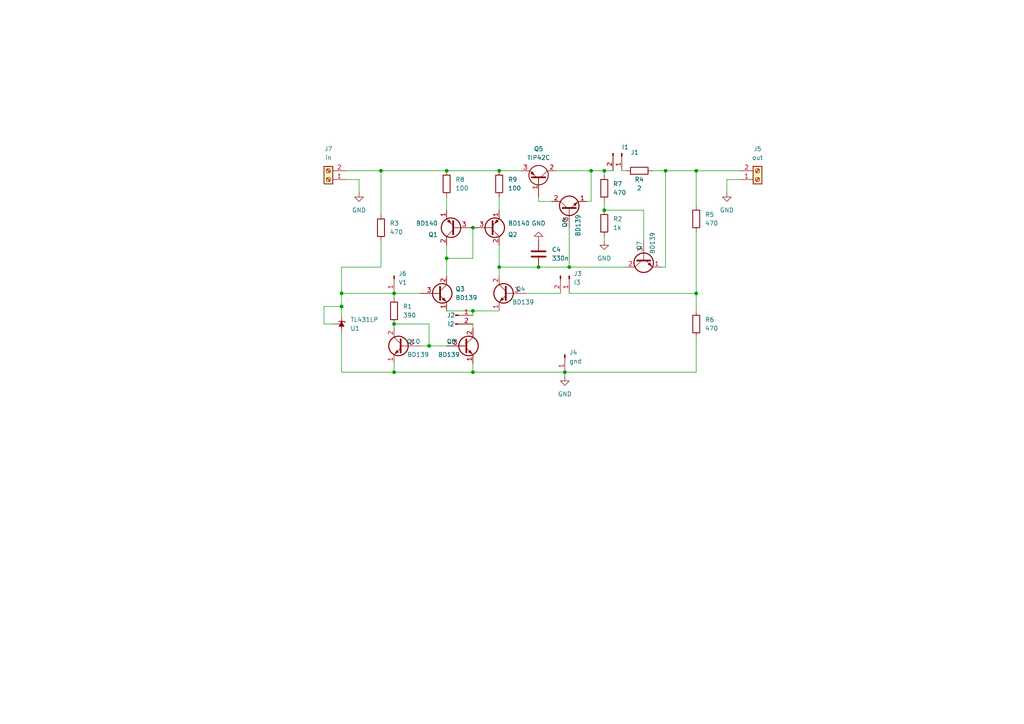
<source format=kicad_sch>
(kicad_sch (version 20250114) (generator "eeschema") (generator_version "9.0")
  (paper "A4")
  (lib_symbols
    (symbol "Connector:Conn_01x01_Pin" (pin_names (offset 1.016) (hide yes))
      (property "Reference" "J" (at 0 2.54 0))
      (property "Value" "Conn_01x01_Pin" (at 0 -2.54 0))
      (symbol "Conn_01x01_Pin_1_1"
        (rectangle (start 0.8636 0.127) (end 0 -0.127) (stroke (width 0.1524)) (fill (type outline)))
        (polyline (pts (xy 1.27 0) (xy 0.8636 0)) (stroke (width 0.1524)))
        (pin passive line (at 5.08 0 180) (length 3.81) (name "Pin_1") (number "1"))
      )
    )
    (symbol "Connector:Conn_01x02_Pin" (pin_names (offset 1.016) (hide yes))
      (property "Reference" "J" (at 0 2.54 0))
      (property "Value" "Conn_01x02_Pin" (at 0 -5.08 0))
      (symbol "Conn_01x02_Pin_1_1"
        (rectangle (start 0.8636 0.127) (end 0 -0.127) (stroke (width 0.1524)) (fill (type outline)))
        (rectangle (start 0.8636 -2.413) (end 0 -2.667) (stroke (width 0.1524)) (fill (type outline)))
        (polyline (pts (xy 1.27 0) (xy 0.8636 0)) (stroke (width 0.1524)))
        (polyline (pts (xy 1.27 -2.54) (xy 0.8636 -2.54)) (stroke (width 0.1524)))
        (pin passive line (at 5.08 0 180) (length 3.81) (name "Pin_1") (number "1"))
        (pin passive line (at 5.08 -2.54 180) (length 3.81) (name "Pin_2") (number "2"))
      )
    )
    (symbol "Connector:Screw_Terminal_01x02" (pin_names (offset 1.016) (hide yes))
      (property "Reference" "J" (at 0 2.54 0))
      (property "Value" "Screw_Terminal_01x02" (at 0 -5.08 0))
      (symbol "Screw_Terminal_01x02_1_1"
        (rectangle (start -1.27 1.27) (end 1.27 -3.81) (stroke (width 0.254)) (fill (type background)))
        (polyline (pts (xy -0.5334 0.3302) (xy 0.3302 -0.508)) (stroke (width 0.1524)))
        (polyline (pts (xy -0.5334 -2.2098) (xy 0.3302 -3.048)) (stroke (width 0.1524)))
        (polyline (pts (xy -0.3556 0.508) (xy 0.508 -0.3302)) (stroke (width 0.1524)))
        (polyline (pts (xy -0.3556 -2.032) (xy 0.508 -2.8702)) (stroke (width 0.1524)))
        (circle (center 0 0) (radius 0.635) (stroke (width 0.1524)))
        (circle (center 0 -2.54) (radius 0.635) (stroke (width 0.1524)))
        (pin passive line (at -5.08 0 0) (length 3.81) (name "Pin_1") (number "1"))
        (pin passive line (at -5.08 -2.54 0) (length 3.81) (name "Pin_2") (number "2"))
      )
    )
    (symbol "Device:C" (pin_numbers (hide yes)) (pin_names (offset 0.254))
      (property "Reference" "C" (at 0.635 2.54 0))
      (property "Value" "C" (at 0.635 -2.54 0))
      (symbol "C_0_1"
        (polyline (pts (xy -2.032 0.762) (xy 2.032 0.762)) (stroke (width 0.508)))
        (polyline (pts (xy -2.032 -0.762) (xy 2.032 -0.762)) (stroke (width 0.508)))
      )
      (symbol "C_1_1"
        (pin passive line (at 0 3.81 270) (length 2.794) (name "~") (number "1"))
        (pin passive line (at 0 -3.81 90) (length 2.794) (name "~") (number "2"))
      )
    )
    (symbol "Device:R" (pin_numbers (hide yes)) (pin_names (offset 0))
      (property "Reference" "R" (at 2.032 0 90))
      (property "Value" "R" (at 0 0 90))
      (symbol "R_0_1"
        (rectangle (start -1.016 -2.54) (end 1.016 2.54) (stroke (width 0.254)))
      )
      (symbol "R_1_1"
        (pin passive line (at 0 3.81 270) (length 1.27) (name "~") (number "1"))
        (pin passive line (at 0 -3.81 90) (length 1.27) (name "~") (number "2"))
      )
    )
    (symbol "Reference_Voltage:TL431LP" (pin_numbers (hide yes)) (pin_names (hide yes))
      (property "Reference" "U" (at -2.54 2.54 0))
      (property "Value" "TL431LP" (at 0 -2.54 0))
      (symbol "TL431LP_0_1"
        (polyline (pts (xy -1.27 0) (xy 0 0) (xy 1.27 0)))
        (polyline (pts (xy -0.762 0.762) (xy 0.762 0) (xy -0.762 -0.762)) (fill (type outline)))
        (polyline (pts (xy 0.508 -1.016) (xy 0.762 -0.762) (xy 0.762 0.762) (xy 0.762 0.762)) (stroke (width 0.254)))
      )
      (symbol "TL431LP_1_1"
        (pin passive line (at -2.54 0 0) (length 2.54) (name "A") (number "2"))
        (pin passive line (at 0 2.54 270) (length 2.54) (name "REF") (number "1"))
        (pin passive line (at 2.54 0 180) (length 2.54) (name "K") (number "3"))
      )
    )
    (symbol "Transistor_BJT:BD139" (pin_names (offset 0) (hide yes))
      (property "Reference" "Q" (at 5.08 1.905 0))
      (property "Value" "BD139" (at 5.08 0 0))
      (symbol "BD139_0_1"
        (polyline (pts (xy 0 0) (xy 0.635 0)))
        (polyline (pts (xy 0.635 1.905) (xy 0.635 -1.905) (xy 0.635 -1.905)) (stroke (width 0.508)) (fill (type outline)))
        (polyline (pts (xy 1.2446 -1.778) (xy 1.7526 -1.27) (xy 2.286 -2.286) (xy 1.2446 -1.778) (xy 1.2446 -1.778)) (fill (type outline)))
        (circle (center 1.27 0) (radius 2.8194) (stroke (width 0.3048)))
        (polyline (pts (xy 2.54 2.54) (xy 0.635 0.635)))
        (polyline (pts (xy 2.54 -2.54) (xy 0.635 -0.635)))
      )
      (symbol "BD139_1_1"
        (pin input line (at -5.08 0 0) (length 5.08) (name "B") (number "3"))
        (pin passive line (at 2.54 5.08 270) (length 2.54) (name "C") (number "2"))
        (pin passive line (at 2.54 -5.08 90) (length 2.54) (name "E") (number "1"))
      )
    )
    (symbol "Transistor_BJT:BD140" (pin_names (offset 0) (hide yes))
      (property "Reference" "Q" (at 5.08 1.905 0))
      (property "Value" "BD140" (at 5.08 0 0))
      (symbol "BD140_0_1"
        (polyline (pts (xy 0 0) (xy 0.635 0)))
        (polyline (pts (xy 0.635 1.905) (xy 0.635 -1.905) (xy 0.635 -1.905)) (stroke (width 0.508)) (fill (type outline)))
        (circle (center 1.27 0) (radius 2.8194) (stroke (width 0.3048)))
        (polyline (pts (xy 1.778 -2.286) (xy 2.286 -1.778) (xy 1.27 -1.27) (xy 1.778 -2.286) (xy 1.778 -2.286)) (fill (type outline)))
        (polyline (pts (xy 2.54 2.54) (xy 0.635 0.635)))
        (polyline (pts (xy 2.54 -2.54) (xy 0.635 -0.635)))
      )
      (symbol "BD140_1_1"
        (pin input line (at -5.08 0 0) (length 5.08) (name "B") (number "3"))
        (pin passive line (at 2.54 5.08 270) (length 2.54) (name "C") (number "2"))
        (pin passive line (at 2.54 -5.08 90) (length 2.54) (name "E") (number "1"))
      )
    )
    (symbol "Transistor_BJT:TIP42C" (pin_names (offset 0) (hide yes))
      (property "Reference" "Q" (at 6.35 1.905 0))
      (property "Value" "TIP42C" (at 6.35 0 0))
      (symbol "TIP42C_0_1"
        (polyline (pts (xy 0.635 1.905) (xy 0.635 -1.905) (xy 0.635 -1.905)) (stroke (width 0.508)))
        (polyline (pts (xy 0.635 0.635) (xy 2.54 2.54)))
        (polyline (pts (xy 0.635 -0.635) (xy 2.54 -2.54) (xy 2.54 -2.54)))
        (circle (center 1.27 0) (radius 2.8194) (stroke (width 0.254)))
        (polyline (pts (xy 2.286 -1.778) (xy 1.778 -2.286) (xy 1.27 -1.27) (xy 2.286 -1.778) (xy 2.286 -1.778)) (fill (type outline)))
      )
      (symbol "TIP42C_1_1"
        (pin input line (at -5.08 0 0) (length 5.715) (name "B") (number "1"))
        (pin passive line (at 2.54 5.08 270) (length 2.54) (name "C") (number "2"))
        (pin passive line (at 2.54 -5.08 90) (length 2.54) (name "E") (number "3"))
      )
    )
    (symbol "power:GND" (power) (pin_names (offset 0))
      (property "Value" "GND" (at 0 -3.81 0))
      (symbol "GND_0_1"
        (polyline (pts (xy 0 0) (xy 0 -1.27) (xy 1.27 -1.27) (xy 0 -2.54) (xy -1.27 -1.27) (xy 0 -1.27)))
      )
      (symbol "GND_1_1"
        (pin power_in line (at 0 0 270) (length 0) (hide yes) (name "GND") (number "1"))
      )
    )
  )
  (junction (at 193.04 49.53))
  (junction (at 175.26 60.96))
  (junction (at 99.06 85.09))
  (junction (at 137.16 90.17))
  (junction (at 137.16 107.95))
  (junction (at 165.1 77.47))
  (junction (at 129.54 74.93))
  (junction (at 156.21 77.47))
  (junction (at 144.78 49.53))
  (junction (at 175.26 49.53))
  (junction (at 144.78 77.47))
  (junction (at 201.93 85.09))
  (junction (at 114.3 93.98))
  (junction (at 163.83 107.95))
  (junction (at 114.3 85.09))
  (junction (at 124.46 100.33))
  (junction (at 201.93 49.53))
  (junction (at 137.16 66.04))
  (junction (at 171.45 49.53))
  (junction (at 114.3 107.95))
  (junction (at 129.54 49.53))
  (junction (at 99.06 88.9))
  (junction (at 110.49 49.53))
  (wire (pts (xy 193.04 49.53) (xy 201.93 49.53)))
  (wire (pts (xy 193.04 49.53) (xy 193.04 77.47)))
  (wire (pts (xy 144.78 90.17) (xy 137.16 90.17)))
  (wire (pts (xy 99.06 88.9) (xy 99.06 91.44)))
  (wire (pts (xy 175.26 58.42) (xy 175.26 60.96)))
  (wire (pts (xy 100.33 49.53) (xy 110.49 49.53)))
  (wire (pts (xy 129.54 74.93) (xy 129.54 80.01)))
  (wire (pts (xy 99.06 85.09) (xy 114.3 85.09)))
  (wire (pts (xy 129.54 49.53) (xy 144.78 49.53)))
  (wire (pts (xy 144.78 57.15) (xy 144.78 60.96)))
  (wire (pts (xy 114.3 93.98) (xy 124.46 93.98)))
  (wire (pts (xy 129.54 74.93) (xy 137.16 74.93)))
  (wire (pts (xy 152.4 85.09) (xy 162.56 85.09)))
  (wire (pts (xy 137.16 107.95) (xy 114.3 107.95)))
  (wire (pts (xy 161.29 49.53) (xy 171.45 49.53)))
  (wire (pts (xy 93.98 88.9) (xy 93.98 93.98)))
  (wire (pts (xy 114.3 107.95) (xy 99.06 107.95)))
  (wire (pts (xy 165.1 77.47) (xy 181.61 77.47)))
  (wire (pts (xy 165.1 66.04) (xy 165.1 77.47)))
  (wire (pts (xy 104.14 52.07) (xy 104.14 55.88)))
  (wire (pts (xy 186.69 69.85) (xy 186.69 60.96)))
  (wire (pts (xy 137.16 105.41) (xy 137.16 107.95)))
  (wire (pts (xy 99.06 85.09) (xy 99.06 88.9)))
  (wire (pts (xy 160.02 58.42) (xy 156.21 58.42)))
  (wire (pts (xy 171.45 49.53) (xy 175.26 49.53)))
  (wire (pts (xy 100.33 52.07) (xy 104.14 52.07)))
  (wire (pts (xy 110.49 77.47) (xy 99.06 77.47)))
  (wire (pts (xy 175.26 68.58) (xy 175.26 69.85)))
  (wire (pts (xy 201.93 97.79) (xy 201.93 107.95)))
  (wire (pts (xy 99.06 77.47) (xy 99.06 85.09)))
  (wire (pts (xy 189.23 49.53) (xy 193.04 49.53)))
  (wire (pts (xy 110.49 69.85) (xy 110.49 77.47)))
  (wire (pts (xy 144.78 49.53) (xy 151.13 49.53)))
  (wire (pts (xy 93.98 93.98) (xy 96.52 93.98)))
  (wire (pts (xy 201.93 67.31) (xy 201.93 85.09)))
  (wire (pts (xy 156.21 77.47) (xy 165.1 77.47)))
  (wire (pts (xy 175.26 49.53) (xy 177.8 49.53)))
  (wire (pts (xy 171.45 58.42) (xy 171.45 49.53)))
  (wire (pts (xy 191.77 77.47) (xy 193.04 77.47)))
  (wire (pts (xy 137.16 90.17) (xy 137.16 91.44)))
  (wire (pts (xy 114.3 85.09) (xy 121.92 85.09)))
  (wire (pts (xy 180.34 49.53) (xy 181.61 49.53)))
  (wire (pts (xy 124.46 100.33) (xy 129.54 100.33)))
  (wire (pts (xy 144.78 77.47) (xy 156.21 77.47)))
  (wire (pts (xy 201.93 49.53) (xy 214.63 49.53)))
  (wire (pts (xy 144.78 71.12) (xy 144.78 77.47)))
  (wire (pts (xy 137.16 107.95) (xy 163.83 107.95)))
  (wire (pts (xy 175.26 50.8) (xy 175.26 49.53)))
  (wire (pts (xy 137.16 90.17) (xy 129.54 90.17)))
  (wire (pts (xy 170.18 58.42) (xy 171.45 58.42)))
  (wire (pts (xy 124.46 100.33) (xy 124.46 93.98)))
  (wire (pts (xy 156.21 57.15) (xy 156.21 58.42)))
  (wire (pts (xy 99.06 96.52) (xy 99.06 107.95)))
  (wire (pts (xy 129.54 57.15) (xy 129.54 60.96)))
  (wire (pts (xy 175.26 60.96) (xy 186.69 60.96)))
  (wire (pts (xy 214.63 52.07) (xy 210.82 52.07)))
  (wire (pts (xy 210.82 52.07) (xy 210.82 55.88)))
  (wire (pts (xy 163.83 107.95) (xy 201.93 107.95)))
  (wire (pts (xy 114.3 95.25) (xy 114.3 93.98)))
  (wire (pts (xy 201.93 59.69) (xy 201.93 49.53)))
  (wire (pts (xy 114.3 85.09) (xy 114.3 86.36)))
  (wire (pts (xy 114.3 105.41) (xy 114.3 107.95)))
  (wire (pts (xy 163.83 107.95) (xy 163.83 109.22)))
  (wire (pts (xy 129.54 71.12) (xy 129.54 74.93)))
  (wire (pts (xy 201.93 85.09) (xy 201.93 90.17)))
  (wire (pts (xy 137.16 93.98) (xy 137.16 95.25)))
  (wire (pts (xy 99.06 88.9) (xy 93.98 88.9)))
  (wire (pts (xy 144.78 77.47) (xy 144.78 80.01)))
  (wire (pts (xy 121.92 100.33) (xy 124.46 100.33)))
  (wire (pts (xy 110.49 49.53) (xy 110.49 62.23)))
  (wire (pts (xy 137.16 66.04) (xy 137.16 74.93)))
  (wire (pts (xy 110.49 49.53) (xy 129.54 49.53)))
  (wire (pts (xy 165.1 85.09) (xy 201.93 85.09)))
  (symbol (lib_id "Transistor_BJT:TIP42C") (at 156.21 52.07 270) (mirror x) (unit 1)
    (property "Reference" "Q5" (at 156.21 43.18 90))
    (property "Value" "TIP42C" (at 156.21 45.72 90))
    (property "Footprint" "Package_TO_SOT_THT:TO-220-3_Vertical" (effects (hide yes)))
    (property "Datasheet" "https://www.centralsemi.com/get_document.php?cmp=1&mergetype=pd&mergepath=pd&pdf_id=TIP42.PDF" (effects (hide yes)))
  )
  (symbol (lib_id "Transistor_BJT:BD139") (at 127 85.09 0) (unit 1)
    (property "Reference" "Q3" (at 132.08 83.82 0) (effects (justify left)))
    (property "Value" "BD139" (at 132.08 86.36 0) (effects (justify left)))
    (property "Footprint" "Package_TO_SOT_THT:TO-126-3_Vertical" (effects (hide yes)))
    (property "Datasheet" "http://www.st.com/internet/com/TECHNICAL_RESOURCES/TECHNICAL_LITERATURE/DATASHEET/CD00001225.pdf" (effects (hide yes)))
  )
  (symbol (lib_id "Transistor_BJT:BD139") (at 186.69 74.93 90) (mirror x) (unit 1)
    (property "Reference" "Q7" (at 185.42 69.85 0) (effects (justify left)))
    (property "Value" "BD139" (at 189.23 67.31 0) (effects (justify left)))
    (property "Footprint" "Package_TO_SOT_THT:TO-126-3_Vertical" (effects (hide yes)))
    (property "Datasheet" "http://www.st.com/internet/com/TECHNICAL_RESOURCES/TECHNICAL_LITERATURE/DATASHEET/CD00001225.pdf" (effects (hide yes)))
  )
  (symbol (lib_id "Transistor_BJT:BD139") (at 147.32 85.09 0) (mirror y) (unit 1)
    (property "Reference" "Q4" (at 152.4 83.82 0) (effects (justify left)))
    (property "Value" "BD139" (at 154.94 87.63 0) (effects (justify left)))
    (property "Footprint" "Package_TO_SOT_THT:TO-126-3_Vertical" (effects (hide yes)))
    (property "Datasheet" "http://www.st.com/internet/com/TECHNICAL_RESOURCES/TECHNICAL_LITERATURE/DATASHEET/CD00001225.pdf" (effects (hide yes)))
  )
  (symbol (lib_id "Device:R") (at 129.54 53.34 0) (unit 1)
    (property "Reference" "R8" (at 132.08 52.07 0) (effects (justify left)))
    (property "Value" "100" (at 132.08 54.61 0) (effects (justify left)))
    (property "Footprint" "Resistor_THT:R_Axial_DIN0204_L3.6mm_D1.6mm_P5.08mm_Horizontal" (effects (hide yes)))
  )
  (symbol (lib_id "Connector:Screw_Terminal_01x02") (at 95.25 52.07 180) (unit 1)
    (property "Reference" "J7" (at 95.25 43.18 0))
    (property "Value" "in" (at 95.25 45.72 0))
    (property "Footprint" "TerminalBlock_Phoenix:TerminalBlock_Phoenix_MKDS-1,5-2-5.08_1x02_P5.08mm_Horizontal" (effects (hide yes)))
  )
  (symbol (lib_id "Device:R") (at 185.42 49.53 90) (unit 1)
    (property "Reference" "R4" (at 185.42 52.07 90))
    (property "Value" "2" (at 185.42 54.61 90))
    (property "Footprint" "Resistor_THT:R_Axial_DIN0204_L3.6mm_D1.6mm_P5.08mm_Horizontal" (effects (hide yes)))
  )
  (symbol (lib_id "Device:R") (at 175.26 54.61 0) (unit 1)
    (property "Reference" "R7" (at 177.8 53.34 0) (effects (justify left)))
    (property "Value" "470" (at 177.8 55.88 0) (effects (justify left)))
    (property "Footprint" "Resistor_THT:R_Axial_DIN0204_L3.6mm_D1.6mm_P5.08mm_Horizontal" (effects (hide yes)))
  )
  (symbol (lib_id "Connector:Conn_01x02_Pin") (at 132.08 91.44 0) (unit 1)
    (property "Reference" "J2" (at 130.81 91.44 0))
    (property "Value" "I2" (at 130.81 93.98 0))
    (property "Footprint" "Connector_PinHeader_2.54mm:PinHeader_1x02_P2.54mm_Vertical" (effects (hide yes)))
  )
  (symbol (lib_id "Connector:Conn_01x02_Pin") (at 180.34 44.45 270) (unit 1)
    (property "Reference" "J1" (at 182.88 44.196 90) (effects (justify left)))
    (property "Value" "I1" (at 180.34 42.672 90) (effects (justify left)))
    (property "Footprint" "Connector_PinHeader_2.54mm:PinHeader_1x02_P2.54mm_Vertical" (effects (hide yes)))
  )
  (symbol (lib_id "Connector:Conn_01x01_Pin") (at 163.83 102.87 270) (unit 1)
    (property "Reference" "J4" (at 165.1 102.235 90) (effects (justify left)))
    (property "Value" "gnd" (at 165.1 104.775 90) (effects (justify left)))
    (property "Footprint" "Connector_PinHeader_2.54mm:PinHeader_1x01_P2.54mm_Vertical" (effects (hide yes)))
  )
  (symbol (lib_id "Connector:Conn_01x02_Pin") (at 165.1 80.01 270) (unit 1)
    (property "Reference" "J3" (at 166.37 79.375 90) (effects (justify left)))
    (property "Value" "I3" (at 166.37 81.915 90) (effects (justify left)))
    (property "Footprint" "Connector_PinHeader_2.54mm:PinHeader_1x02_P2.54mm_Vertical" (effects (hide yes)))
  )
  (symbol (lib_id "Device:R") (at 114.3 90.17 0) (unit 1)
    (property "Reference" "R1" (at 116.84 88.9 0) (effects (justify left)))
    (property "Value" "390" (at 116.84 91.44 0) (effects (justify left)))
    (property "Footprint" "Resistor_THT:R_Axial_DIN0204_L3.6mm_D1.6mm_P5.08mm_Horizontal" (effects (hide yes)))
  )
  (symbol (lib_id "Connector:Conn_01x01_Pin") (at 114.3 80.01 270) (unit 1)
    (property "Reference" "J6" (at 115.57 79.375 90) (effects (justify left)))
    (property "Value" "V1" (at 115.57 81.915 90) (effects (justify left)))
    (property "Footprint" "Connector_PinHeader_2.54mm:PinHeader_1x01_P2.54mm_Vertical" (effects (hide yes)))
  )
  (symbol (lib_id "Connector:Screw_Terminal_01x02") (at 219.71 52.07 0) (mirror x) (unit 1)
    (property "Reference" "J5" (at 219.71 43.18 0))
    (property "Value" "out" (at 219.71 45.72 0))
    (property "Footprint" "TerminalBlock_Phoenix:TerminalBlock_Phoenix_MKDS-1,5-2-5.08_1x02_P5.08mm_Horizontal" (effects (hide yes)))
  )
  (symbol (lib_id "Transistor_BJT:BD139") (at 134.62 100.33 0) (unit 1)
    (property "Reference" "Q8" (at 129.54 99.06 0) (effects (justify left)))
    (property "Value" "BD139" (at 127 102.87 0) (effects (justify left)))
    (property "Footprint" "Package_TO_SOT_THT:TO-126-3_Vertical" (effects (hide yes)))
    (property "Datasheet" "http://www.st.com/internet/com/TECHNICAL_RESOURCES/TECHNICAL_LITERATURE/DATASHEET/CD00001225.pdf" (effects (hide yes)))
  )
  (symbol (lib_id "Device:C") (at 156.21 73.66 0) (unit 1)
    (property "Reference" "C4" (at 160.02 72.39 0) (effects (justify left)))
    (property "Value" "330n" (at 160.02 74.93 0) (effects (justify left)))
    (property "Footprint" "Capacitor_THT:C_Disc_D4.3mm_W1.9mm_P5.00mm" (effects (hide yes)))
  )
  (symbol (lib_id "power:GND") (at 210.82 55.88 0) (mirror y) (unit 1)
    (property "Reference" "#PWR05" (effects (hide yes)))
    (property "Value" "GND" (at 210.82 60.96 0))
  )
  (symbol (lib_id "Transistor_BJT:BD139") (at 116.84 100.33 0) (mirror y) (unit 1)
    (property "Reference" "Q10" (at 121.92 99.06 0) (effects (justify left)))
    (property "Value" "BD139" (at 124.46 102.87 0) (effects (justify left)))
    (property "Footprint" "Package_TO_SOT_THT:TO-126-3_Vertical" (effects (hide yes)))
    (property "Datasheet" "http://www.st.com/internet/com/TECHNICAL_RESOURCES/TECHNICAL_LITERATURE/DATASHEET/CD00001225.pdf" (effects (hide yes)))
  )
  (symbol (lib_id "Device:R") (at 201.93 93.98 0) (unit 1)
    (property "Reference" "R6" (at 204.47 92.71 0) (effects (justify left)))
    (property "Value" "470" (at 204.47 95.25 0) (effects (justify left)))
    (property "Footprint" "Resistor_THT:R_Axial_DIN0204_L3.6mm_D1.6mm_P5.08mm_Horizontal" (effects (hide yes)))
  )
  (symbol (lib_id "Device:R") (at 110.49 66.04 0) (unit 1)
    (property "Reference" "R3" (at 113.03 64.77 0) (effects (justify left)))
    (property "Value" "470" (at 113.03 67.31 0) (effects (justify left)))
    (property "Footprint" "Resistor_THT:R_Axial_DIN0204_L3.6mm_D1.6mm_P5.08mm_Horizontal" (effects (hide yes)))
  )
  (symbol (lib_id "Device:R") (at 201.93 63.5 0) (unit 1)
    (property "Reference" "R5" (at 204.47 62.23 0) (effects (justify left)))
    (property "Value" "470" (at 204.47 64.77 0) (effects (justify left)))
    (property "Footprint" "Resistor_THT:R_Axial_DIN0204_L3.6mm_D1.6mm_P5.08mm_Horizontal" (effects (hide yes)))
  )
  (symbol (lib_id "Transistor_BJT:BD140") (at 142.24 66.04 0) (mirror x) (unit 1)
    (property "Reference" "Q2" (at 147.32 67.31 0) (effects (justify left bottom)))
    (property "Value" "BD140" (at 147.32 64.77 0) (effects (justify left)))
    (property "Footprint" "Package_TO_SOT_THT:TO-126-3_Vertical" (effects (hide yes)))
    (property "Datasheet" "http://www.st.com/internet/com/TECHNICAL_RESOURCES/TECHNICAL_LITERATURE/DATASHEET/CD00001225.pdf" (effects (hide yes)))
  )
  (symbol (lib_id "Reference_Voltage:TL431LP") (at 99.06 93.98 90) (unit 1)
    (property "Reference" "U1" (at 101.6 95.25 90) (effects (justify right)))
    (property "Value" "TL431LP" (at 101.6 92.71 90) (effects (justify right)))
    (property "Footprint" "Package_TO_SOT_THT:TO-92_Inline" (effects (hide yes)))
    (property "Datasheet" "http://www.ti.com/lit/ds/symlink/tl431.pdf" (effects (hide yes)))
  )
  (symbol (lib_id "Device:R") (at 144.78 53.34 0) (unit 1)
    (property "Reference" "R9" (at 147.32 52.07 0) (effects (justify left)))
    (property "Value" "100" (at 147.32 54.61 0) (effects (justify left)))
    (property "Footprint" "Resistor_THT:R_Axial_DIN0204_L3.6mm_D1.6mm_P5.08mm_Horizontal" (effects (hide yes)))
  )
  (symbol (lib_id "power:GND") (at 163.83 109.22 0) (unit 1)
    (property "Reference" "#PWR02" (effects (hide yes)))
    (property "Value" "GND" (at 163.83 114.3 0))
  )
  (symbol (lib_id "power:GND") (at 156.21 69.85 180) (unit 1)
    (property "Reference" "#PWR04" (effects (hide yes)))
    (property "Value" "GND" (at 156.21 64.77 0))
  )
  (symbol (lib_id "Transistor_BJT:BD140") (at 132.08 66.04 180) (unit 1)
    (property "Reference" "Q1" (at 127 67.31 0) (effects (justify left bottom)))
    (property "Value" "BD140" (at 127 64.77 0) (effects (justify left)))
    (property "Footprint" "Package_TO_SOT_THT:TO-126-3_Vertical" (effects (hide yes)))
    (property "Datasheet" "http://www.st.com/internet/com/TECHNICAL_RESOURCES/TECHNICAL_LITERATURE/DATASHEET/CD00001225.pdf" (effects (hide yes)))
  )
  (symbol (lib_id "Transistor_BJT:BD139") (at 165.1 60.96 90) (unit 1)
    (property "Reference" "Q6" (at 163.83 66.04 0) (effects (justify left)))
    (property "Value" "BD139" (at 167.64 68.58 0) (effects (justify left)))
    (property "Footprint" "Package_TO_SOT_THT:TO-126-3_Vertical" (effects (hide yes)))
    (property "Datasheet" "http://www.st.com/internet/com/TECHNICAL_RESOURCES/TECHNICAL_LITERATURE/DATASHEET/CD00001225.pdf" (effects (hide yes)))
  )
  (symbol (lib_id "power:GND") (at 175.26 69.85 0) (unit 1)
    (property "Reference" "#PWR01" (effects (hide yes)))
    (property "Value" "GND" (at 175.26 74.93 0))
  )
  (symbol (lib_id "power:GND") (at 104.14 55.88 0) (unit 1)
    (property "Reference" "#PWR03" (effects (hide yes)))
    (property "Value" "GND" (at 104.14 60.96 0))
  )
  (symbol (lib_id "Device:R") (at 175.26 64.77 0) (unit 1)
    (property "Reference" "R2" (at 177.8 63.5 0) (effects (justify left)))
    (property "Value" "1k" (at 177.8 66.04 0) (effects (justify left)))
    (property "Footprint" "Resistor_THT:R_Axial_DIN0204_L3.6mm_D1.6mm_P5.08mm_Horizontal" (effects (hide yes)))
  )
)
</source>
